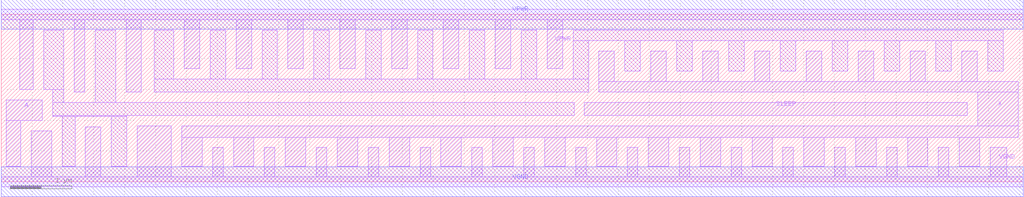
<source format=lef>
# Copyright 2020 The SkyWater PDK Authors
#
# Licensed under the Apache License, Version 2.0 (the "License");
# you may not use this file except in compliance with the License.
# You may obtain a copy of the License at
#
#     https://www.apache.org/licenses/LICENSE-2.0
#
# Unless required by applicable law or agreed to in writing, software
# distributed under the License is distributed on an "AS IS" BASIS,
# WITHOUT WARRANTIES OR CONDITIONS OF ANY KIND, either express or implied.
# See the License for the specific language governing permissions and
# limitations under the License.
#
# SPDX-License-Identifier: Apache-2.0

VERSION 5.5 ;
NAMESCASESENSITIVE ON ;
BUSBITCHARS "[]" ;
DIVIDERCHAR "/" ;
MACRO sky130_fd_sc_hd__lpflow_isobufsrc_16
  CLASS CORE ;
  SOURCE USER ;
  ORIGIN  0.000000  0.000000 ;
  SIZE  16.56000 BY  2.720000 ;
  SYMMETRY X Y R90 ;
  SITE unithd ;
  PIN A
    ANTENNAGATEAREA  0.990000 ;
    DIRECTION INPUT ;
    USE SIGNAL ;
    PORT
      LAYER li1 ;
        RECT 0.085000 0.255000 0.315000 0.995000 ;
        RECT 0.085000 0.995000 0.665000 1.325000 ;
    END
  END A
  PIN SLEEP
    ANTENNAGATEAREA  3.960000 ;
    DIRECTION INPUT ;
    USE SIGNAL ;
    PORT
      LAYER li1 ;
        RECT 9.450000 1.075000 15.650000 1.285000 ;
    END
  END SLEEP
  PIN X
    ANTENNADIFFAREA  4.968000 ;
    DIRECTION OUTPUT ;
    USE SIGNAL ;
    PORT
      LAYER li1 ;
        RECT  2.925000 0.255000  3.255000 0.725000 ;
        RECT  2.925000 0.725000 16.475000 0.905000 ;
        RECT  3.765000 0.255000  4.095000 0.725000 ;
        RECT  4.605000 0.255000  4.935000 0.725000 ;
        RECT  5.445000 0.255000  5.775000 0.725000 ;
        RECT  6.285000 0.255000  6.615000 0.725000 ;
        RECT  7.125000 0.255000  7.455000 0.725000 ;
        RECT  7.965000 0.255000  8.295000 0.725000 ;
        RECT  8.805000 0.255000  9.135000 0.725000 ;
        RECT  9.645000 0.255000  9.975000 0.725000 ;
        RECT  9.685000 1.455000 16.475000 1.625000 ;
        RECT  9.685000 1.625000  9.935000 2.125000 ;
        RECT 10.485000 0.255000 10.815000 0.725000 ;
        RECT 10.525000 1.625000 10.775000 2.125000 ;
        RECT 11.325000 0.255000 11.655000 0.725000 ;
        RECT 11.365000 1.625000 11.615000 2.125000 ;
        RECT 12.165000 0.255000 12.495000 0.725000 ;
        RECT 12.205000 1.625000 12.455000 2.125000 ;
        RECT 13.005000 0.255000 13.335000 0.725000 ;
        RECT 13.045000 1.625000 13.295000 2.125000 ;
        RECT 13.845000 0.255000 14.175000 0.725000 ;
        RECT 13.885000 1.625000 14.135000 2.125000 ;
        RECT 14.685000 0.255000 15.015000 0.725000 ;
        RECT 14.725000 1.625000 14.975000 2.125000 ;
        RECT 15.525000 0.255000 15.855000 0.725000 ;
        RECT 15.565000 1.625000 15.815000 2.125000 ;
        RECT 15.820000 0.905000 16.475000 1.455000 ;
    END
  END X
  PIN VGND
    DIRECTION INOUT ;
    SHAPE ABUTMENT ;
    USE GROUND ;
    PORT
      LAYER li1 ;
        RECT  0.000000 -0.085000 16.560000 0.085000 ;
        RECT  0.485000  0.085000  0.815000 0.825000 ;
        RECT  1.365000  0.085000  1.615000 0.895000 ;
        RECT  2.205000  0.085000  2.755000 0.905000 ;
        RECT  3.425000  0.085000  3.595000 0.555000 ;
        RECT  4.265000  0.085000  4.435000 0.555000 ;
        RECT  5.105000  0.085000  5.275000 0.555000 ;
        RECT  5.945000  0.085000  6.115000 0.555000 ;
        RECT  6.785000  0.085000  6.955000 0.555000 ;
        RECT  7.625000  0.085000  7.795000 0.555000 ;
        RECT  8.465000  0.085000  8.635000 0.555000 ;
        RECT  9.305000  0.085000  9.475000 0.555000 ;
        RECT 10.145000  0.085000 10.315000 0.555000 ;
        RECT 10.985000  0.085000 11.155000 0.555000 ;
        RECT 11.825000  0.085000 11.995000 0.555000 ;
        RECT 12.665000  0.085000 12.835000 0.555000 ;
        RECT 13.505000  0.085000 13.675000 0.555000 ;
        RECT 14.345000  0.085000 14.515000 0.555000 ;
        RECT 15.185000  0.085000 15.355000 0.555000 ;
        RECT 16.025000  0.085000 16.295000 0.555000 ;
    END
    PORT
      LAYER met1 ;
        RECT 0.000000 -0.240000 16.560000 0.240000 ;
    END
  END VGND
  PIN VPWR
    DIRECTION INOUT ;
    SHAPE ABUTMENT ;
    USE POWER ;
    PORT
      LAYER li1 ;
        RECT 0.000000 2.635000 16.560000 2.805000 ;
        RECT 0.300000 1.495000  0.515000 2.635000 ;
        RECT 1.185000 1.455000  1.355000 2.635000 ;
        RECT 2.025000 1.455000  2.270000 2.635000 ;
        RECT 2.965000 1.835000  3.215000 2.635000 ;
        RECT 3.805000 1.835000  4.055000 2.635000 ;
        RECT 4.645000 1.835000  4.895000 2.635000 ;
        RECT 5.485000 1.835000  5.735000 2.635000 ;
        RECT 6.325000 1.835000  6.575000 2.635000 ;
        RECT 7.165000 1.835000  7.415000 2.635000 ;
        RECT 8.005000 1.835000  8.255000 2.635000 ;
        RECT 8.845000 1.835000  9.095000 2.635000 ;
    END
    PORT
      LAYER met1 ;
        RECT 0.000000 2.480000 16.560000 2.960000 ;
    END
  END VPWR
  OBS
    LAYER li1 ;
      RECT  0.685000 1.495000  1.015000 2.465000 ;
      RECT  0.835000 1.065000  2.035000 1.075000 ;
      RECT  0.835000 1.075000  9.280000 1.285000 ;
      RECT  0.835000 1.285000  1.015000 1.495000 ;
      RECT  0.985000 0.255000  1.195000 1.065000 ;
      RECT  1.525000 1.285000  1.855000 2.465000 ;
      RECT  1.785000 0.255000  2.035000 1.065000 ;
      RECT  2.475000 1.455000  9.515000 1.665000 ;
      RECT  2.475000 1.665000  2.795000 2.465000 ;
      RECT  3.385000 1.665000  3.635000 2.465000 ;
      RECT  4.225000 1.665000  4.475000 2.465000 ;
      RECT  5.065000 1.665000  5.315000 2.465000 ;
      RECT  5.905000 1.665000  6.155000 2.465000 ;
      RECT  6.745000 1.665000  6.995000 2.465000 ;
      RECT  7.585000 1.665000  7.835000 2.465000 ;
      RECT  8.425000 1.665000  8.675000 2.465000 ;
      RECT  9.265000 1.665000  9.515000 2.295000 ;
      RECT  9.265000 2.295000 16.235000 2.465000 ;
      RECT 10.105000 1.795000 10.355000 2.295000 ;
      RECT 10.945000 1.795000 11.195000 2.295000 ;
      RECT 11.785000 1.795000 12.035000 2.295000 ;
      RECT 12.625000 1.795000 12.875000 2.295000 ;
      RECT 13.465000 1.795000 13.715000 2.295000 ;
      RECT 14.305000 1.795000 14.555000 2.295000 ;
      RECT 15.145000 1.795000 15.395000 2.295000 ;
      RECT 15.985000 1.795000 16.235000 2.295000 ;
  END
END sky130_fd_sc_hd__lpflow_isobufsrc_16
END LIBRARY

</source>
